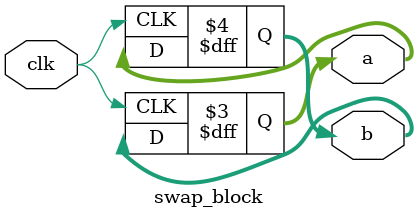
<source format=v>
`timescale 1ns / 1ps
module swap_block(
    output reg [3:0] a,
    output reg [3:0] b,
    input clk
    );
	 initial
	 begin
   //assign initial values for a and b
	 a = 4;
	 b = 3;
	 end
	 integer temp;
	 always@(posedge clk)
	 begin
   //swap numbers at every posedge of the clock
	 temp = a;
	 a = b;
	 b = temp;	
	 end
endmodule 

</source>
